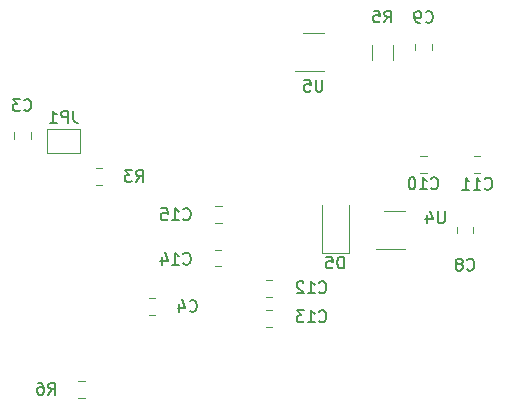
<source format=gbr>
G04 #@! TF.GenerationSoftware,KiCad,Pcbnew,(5.1.2)-1*
G04 #@! TF.CreationDate,2021-12-05T16:11:18-08:00*
G04 #@! TF.ProjectId,telemetry_receiver,74656c65-6d65-4747-9279-5f7265636569,rev?*
G04 #@! TF.SameCoordinates,Original*
G04 #@! TF.FileFunction,Legend,Bot*
G04 #@! TF.FilePolarity,Positive*
%FSLAX46Y46*%
G04 Gerber Fmt 4.6, Leading zero omitted, Abs format (unit mm)*
G04 Created by KiCad (PCBNEW (5.1.2)-1) date 2021-12-05 16:11:18*
%MOMM*%
%LPD*%
G04 APERTURE LIST*
%ADD10C,0.120000*%
%ADD11C,0.150000*%
G04 APERTURE END LIST*
D10*
X99236252Y-84710000D02*
X98713748Y-84710000D01*
X99236252Y-83290000D02*
X98713748Y-83290000D01*
X94600000Y-82000000D02*
X97400000Y-82000000D01*
X97400000Y-82000000D02*
X97400000Y-80000000D01*
X97400000Y-80000000D02*
X94600000Y-80000000D01*
X94600000Y-80000000D02*
X94600000Y-82000000D01*
X116250000Y-71840000D02*
X118050000Y-71840000D01*
X118050000Y-75060000D02*
X115600000Y-75060000D01*
X123100000Y-86890000D02*
X124900000Y-86890000D01*
X124900000Y-90110000D02*
X122450000Y-90110000D01*
X97263748Y-102710000D02*
X97786252Y-102710000D01*
X97263748Y-101290000D02*
X97786252Y-101290000D01*
X123910000Y-74089564D02*
X123910000Y-72885436D01*
X122090000Y-74089564D02*
X122090000Y-72885436D01*
X117865000Y-90460000D02*
X117865000Y-86400000D01*
X120135000Y-90460000D02*
X117865000Y-90460000D01*
X120135000Y-86400000D02*
X120135000Y-90460000D01*
X109376932Y-86487640D02*
X108854428Y-86487640D01*
X109376932Y-87907640D02*
X108854428Y-87907640D01*
X109350372Y-90185880D02*
X108827868Y-90185880D01*
X109350372Y-91605880D02*
X108827868Y-91605880D01*
X113149628Y-95290000D02*
X113672132Y-95290000D01*
X113149628Y-96710000D02*
X113672132Y-96710000D01*
X113136548Y-92790000D02*
X113659052Y-92790000D01*
X113136548Y-94210000D02*
X113659052Y-94210000D01*
X130763748Y-82290000D02*
X131286252Y-82290000D01*
X130763748Y-83710000D02*
X131286252Y-83710000D01*
X126736252Y-82290000D02*
X126213748Y-82290000D01*
X126736252Y-83710000D02*
X126213748Y-83710000D01*
X125790000Y-72763748D02*
X125790000Y-73286252D01*
X127210000Y-72763748D02*
X127210000Y-73286252D01*
X130710000Y-88263748D02*
X130710000Y-88786252D01*
X129290000Y-88263748D02*
X129290000Y-88786252D01*
X103761252Y-94290000D02*
X103238748Y-94290000D01*
X103761252Y-95710000D02*
X103238748Y-95710000D01*
X91790000Y-80263748D02*
X91790000Y-80786252D01*
X93210000Y-80263748D02*
X93210000Y-80786252D01*
D11*
X102141666Y-84452380D02*
X102475000Y-83976190D01*
X102713095Y-84452380D02*
X102713095Y-83452380D01*
X102332142Y-83452380D01*
X102236904Y-83500000D01*
X102189285Y-83547619D01*
X102141666Y-83642857D01*
X102141666Y-83785714D01*
X102189285Y-83880952D01*
X102236904Y-83928571D01*
X102332142Y-83976190D01*
X102713095Y-83976190D01*
X101808333Y-83452380D02*
X101189285Y-83452380D01*
X101522619Y-83833333D01*
X101379761Y-83833333D01*
X101284523Y-83880952D01*
X101236904Y-83928571D01*
X101189285Y-84023809D01*
X101189285Y-84261904D01*
X101236904Y-84357142D01*
X101284523Y-84404761D01*
X101379761Y-84452380D01*
X101665476Y-84452380D01*
X101760714Y-84404761D01*
X101808333Y-84357142D01*
X96833333Y-78452380D02*
X96833333Y-79166666D01*
X96880952Y-79309523D01*
X96976190Y-79404761D01*
X97119047Y-79452380D01*
X97214285Y-79452380D01*
X96357142Y-79452380D02*
X96357142Y-78452380D01*
X95976190Y-78452380D01*
X95880952Y-78500000D01*
X95833333Y-78547619D01*
X95785714Y-78642857D01*
X95785714Y-78785714D01*
X95833333Y-78880952D01*
X95880952Y-78928571D01*
X95976190Y-78976190D01*
X96357142Y-78976190D01*
X94833333Y-79452380D02*
X95404761Y-79452380D01*
X95119047Y-79452380D02*
X95119047Y-78452380D01*
X95214285Y-78595238D01*
X95309523Y-78690476D01*
X95404761Y-78738095D01*
X117911904Y-75802380D02*
X117911904Y-76611904D01*
X117864285Y-76707142D01*
X117816666Y-76754761D01*
X117721428Y-76802380D01*
X117530952Y-76802380D01*
X117435714Y-76754761D01*
X117388095Y-76707142D01*
X117340476Y-76611904D01*
X117340476Y-75802380D01*
X116388095Y-75802380D02*
X116864285Y-75802380D01*
X116911904Y-76278571D01*
X116864285Y-76230952D01*
X116769047Y-76183333D01*
X116530952Y-76183333D01*
X116435714Y-76230952D01*
X116388095Y-76278571D01*
X116340476Y-76373809D01*
X116340476Y-76611904D01*
X116388095Y-76707142D01*
X116435714Y-76754761D01*
X116530952Y-76802380D01*
X116769047Y-76802380D01*
X116864285Y-76754761D01*
X116911904Y-76707142D01*
X128261904Y-86952380D02*
X128261904Y-87761904D01*
X128214285Y-87857142D01*
X128166666Y-87904761D01*
X128071428Y-87952380D01*
X127880952Y-87952380D01*
X127785714Y-87904761D01*
X127738095Y-87857142D01*
X127690476Y-87761904D01*
X127690476Y-86952380D01*
X126785714Y-87285714D02*
X126785714Y-87952380D01*
X127023809Y-86904761D02*
X127261904Y-87619047D01*
X126642857Y-87619047D01*
X94716666Y-102452380D02*
X95050000Y-101976190D01*
X95288095Y-102452380D02*
X95288095Y-101452380D01*
X94907142Y-101452380D01*
X94811904Y-101500000D01*
X94764285Y-101547619D01*
X94716666Y-101642857D01*
X94716666Y-101785714D01*
X94764285Y-101880952D01*
X94811904Y-101928571D01*
X94907142Y-101976190D01*
X95288095Y-101976190D01*
X93859523Y-101452380D02*
X94050000Y-101452380D01*
X94145238Y-101500000D01*
X94192857Y-101547619D01*
X94288095Y-101690476D01*
X94335714Y-101880952D01*
X94335714Y-102261904D01*
X94288095Y-102357142D01*
X94240476Y-102404761D01*
X94145238Y-102452380D01*
X93954761Y-102452380D01*
X93859523Y-102404761D01*
X93811904Y-102357142D01*
X93764285Y-102261904D01*
X93764285Y-102023809D01*
X93811904Y-101928571D01*
X93859523Y-101880952D01*
X93954761Y-101833333D01*
X94145238Y-101833333D01*
X94240476Y-101880952D01*
X94288095Y-101928571D01*
X94335714Y-102023809D01*
X123166666Y-70939880D02*
X123500000Y-70463690D01*
X123738095Y-70939880D02*
X123738095Y-69939880D01*
X123357142Y-69939880D01*
X123261904Y-69987500D01*
X123214285Y-70035119D01*
X123166666Y-70130357D01*
X123166666Y-70273214D01*
X123214285Y-70368452D01*
X123261904Y-70416071D01*
X123357142Y-70463690D01*
X123738095Y-70463690D01*
X122261904Y-69939880D02*
X122738095Y-69939880D01*
X122785714Y-70416071D01*
X122738095Y-70368452D01*
X122642857Y-70320833D01*
X122404761Y-70320833D01*
X122309523Y-70368452D01*
X122261904Y-70416071D01*
X122214285Y-70511309D01*
X122214285Y-70749404D01*
X122261904Y-70844642D01*
X122309523Y-70892261D01*
X122404761Y-70939880D01*
X122642857Y-70939880D01*
X122738095Y-70892261D01*
X122785714Y-70844642D01*
X119738095Y-91775760D02*
X119738095Y-90775760D01*
X119500000Y-90775760D01*
X119357142Y-90823380D01*
X119261904Y-90918618D01*
X119214285Y-91013856D01*
X119166666Y-91204332D01*
X119166666Y-91347189D01*
X119214285Y-91537665D01*
X119261904Y-91632903D01*
X119357142Y-91728141D01*
X119500000Y-91775760D01*
X119738095Y-91775760D01*
X118261904Y-90775760D02*
X118738095Y-90775760D01*
X118785714Y-91251951D01*
X118738095Y-91204332D01*
X118642857Y-91156713D01*
X118404761Y-91156713D01*
X118309523Y-91204332D01*
X118261904Y-91251951D01*
X118214285Y-91347189D01*
X118214285Y-91585284D01*
X118261904Y-91680522D01*
X118309523Y-91728141D01*
X118404761Y-91775760D01*
X118642857Y-91775760D01*
X118738095Y-91728141D01*
X118785714Y-91680522D01*
X106142857Y-87595422D02*
X106190476Y-87643041D01*
X106333333Y-87690660D01*
X106428571Y-87690660D01*
X106571428Y-87643041D01*
X106666666Y-87547803D01*
X106714285Y-87452565D01*
X106761904Y-87262089D01*
X106761904Y-87119232D01*
X106714285Y-86928756D01*
X106666666Y-86833518D01*
X106571428Y-86738280D01*
X106428571Y-86690660D01*
X106333333Y-86690660D01*
X106190476Y-86738280D01*
X106142857Y-86785899D01*
X105190476Y-87690660D02*
X105761904Y-87690660D01*
X105476190Y-87690660D02*
X105476190Y-86690660D01*
X105571428Y-86833518D01*
X105666666Y-86928756D01*
X105761904Y-86976375D01*
X104285714Y-86690660D02*
X104761904Y-86690660D01*
X104809523Y-87166851D01*
X104761904Y-87119232D01*
X104666666Y-87071613D01*
X104428571Y-87071613D01*
X104333333Y-87119232D01*
X104285714Y-87166851D01*
X104238095Y-87262089D01*
X104238095Y-87500184D01*
X104285714Y-87595422D01*
X104333333Y-87643041D01*
X104428571Y-87690660D01*
X104666666Y-87690660D01*
X104761904Y-87643041D01*
X104809523Y-87595422D01*
X106142857Y-91357142D02*
X106190476Y-91404761D01*
X106333333Y-91452380D01*
X106428571Y-91452380D01*
X106571428Y-91404761D01*
X106666666Y-91309523D01*
X106714285Y-91214285D01*
X106761904Y-91023809D01*
X106761904Y-90880952D01*
X106714285Y-90690476D01*
X106666666Y-90595238D01*
X106571428Y-90500000D01*
X106428571Y-90452380D01*
X106333333Y-90452380D01*
X106190476Y-90500000D01*
X106142857Y-90547619D01*
X105190476Y-91452380D02*
X105761904Y-91452380D01*
X105476190Y-91452380D02*
X105476190Y-90452380D01*
X105571428Y-90595238D01*
X105666666Y-90690476D01*
X105761904Y-90738095D01*
X104333333Y-90785714D02*
X104333333Y-91452380D01*
X104571428Y-90404761D02*
X104809523Y-91119047D01*
X104190476Y-91119047D01*
X117642857Y-96240302D02*
X117690476Y-96287921D01*
X117833333Y-96335540D01*
X117928571Y-96335540D01*
X118071428Y-96287921D01*
X118166666Y-96192683D01*
X118214285Y-96097445D01*
X118261904Y-95906969D01*
X118261904Y-95764112D01*
X118214285Y-95573636D01*
X118166666Y-95478398D01*
X118071428Y-95383160D01*
X117928571Y-95335540D01*
X117833333Y-95335540D01*
X117690476Y-95383160D01*
X117642857Y-95430779D01*
X116690476Y-96335540D02*
X117261904Y-96335540D01*
X116976190Y-96335540D02*
X116976190Y-95335540D01*
X117071428Y-95478398D01*
X117166666Y-95573636D01*
X117261904Y-95621255D01*
X116357142Y-95335540D02*
X115738095Y-95335540D01*
X116071428Y-95716493D01*
X115928571Y-95716493D01*
X115833333Y-95764112D01*
X115785714Y-95811731D01*
X115738095Y-95906969D01*
X115738095Y-96145064D01*
X115785714Y-96240302D01*
X115833333Y-96287921D01*
X115928571Y-96335540D01*
X116214285Y-96335540D01*
X116309523Y-96287921D01*
X116357142Y-96240302D01*
X117642857Y-93782782D02*
X117690476Y-93830401D01*
X117833333Y-93878020D01*
X117928571Y-93878020D01*
X118071428Y-93830401D01*
X118166666Y-93735163D01*
X118214285Y-93639925D01*
X118261904Y-93449449D01*
X118261904Y-93306592D01*
X118214285Y-93116116D01*
X118166666Y-93020878D01*
X118071428Y-92925640D01*
X117928571Y-92878020D01*
X117833333Y-92878020D01*
X117690476Y-92925640D01*
X117642857Y-92973259D01*
X116690476Y-93878020D02*
X117261904Y-93878020D01*
X116976190Y-93878020D02*
X116976190Y-92878020D01*
X117071428Y-93020878D01*
X117166666Y-93116116D01*
X117261904Y-93163735D01*
X116309523Y-92973259D02*
X116261904Y-92925640D01*
X116166666Y-92878020D01*
X115928571Y-92878020D01*
X115833333Y-92925640D01*
X115785714Y-92973259D01*
X115738095Y-93068497D01*
X115738095Y-93163735D01*
X115785714Y-93306592D01*
X116357142Y-93878020D01*
X115738095Y-93878020D01*
X131667857Y-85007142D02*
X131715476Y-85054761D01*
X131858333Y-85102380D01*
X131953571Y-85102380D01*
X132096428Y-85054761D01*
X132191666Y-84959523D01*
X132239285Y-84864285D01*
X132286904Y-84673809D01*
X132286904Y-84530952D01*
X132239285Y-84340476D01*
X132191666Y-84245238D01*
X132096428Y-84150000D01*
X131953571Y-84102380D01*
X131858333Y-84102380D01*
X131715476Y-84150000D01*
X131667857Y-84197619D01*
X130715476Y-85102380D02*
X131286904Y-85102380D01*
X131001190Y-85102380D02*
X131001190Y-84102380D01*
X131096428Y-84245238D01*
X131191666Y-84340476D01*
X131286904Y-84388095D01*
X129763095Y-85102380D02*
X130334523Y-85102380D01*
X130048809Y-85102380D02*
X130048809Y-84102380D01*
X130144047Y-84245238D01*
X130239285Y-84340476D01*
X130334523Y-84388095D01*
X127117857Y-84973742D02*
X127165476Y-85021361D01*
X127308333Y-85068980D01*
X127403571Y-85068980D01*
X127546428Y-85021361D01*
X127641666Y-84926123D01*
X127689285Y-84830885D01*
X127736904Y-84640409D01*
X127736904Y-84497552D01*
X127689285Y-84307076D01*
X127641666Y-84211838D01*
X127546428Y-84116600D01*
X127403571Y-84068980D01*
X127308333Y-84068980D01*
X127165476Y-84116600D01*
X127117857Y-84164219D01*
X126165476Y-85068980D02*
X126736904Y-85068980D01*
X126451190Y-85068980D02*
X126451190Y-84068980D01*
X126546428Y-84211838D01*
X126641666Y-84307076D01*
X126736904Y-84354695D01*
X125546428Y-84068980D02*
X125451190Y-84068980D01*
X125355952Y-84116600D01*
X125308333Y-84164219D01*
X125260714Y-84259457D01*
X125213095Y-84449933D01*
X125213095Y-84688028D01*
X125260714Y-84878504D01*
X125308333Y-84973742D01*
X125355952Y-85021361D01*
X125451190Y-85068980D01*
X125546428Y-85068980D01*
X125641666Y-85021361D01*
X125689285Y-84973742D01*
X125736904Y-84878504D01*
X125784523Y-84688028D01*
X125784523Y-84449933D01*
X125736904Y-84259457D01*
X125689285Y-84164219D01*
X125641666Y-84116600D01*
X125546428Y-84068980D01*
X126666666Y-70882142D02*
X126714285Y-70929761D01*
X126857142Y-70977380D01*
X126952380Y-70977380D01*
X127095238Y-70929761D01*
X127190476Y-70834523D01*
X127238095Y-70739285D01*
X127285714Y-70548809D01*
X127285714Y-70405952D01*
X127238095Y-70215476D01*
X127190476Y-70120238D01*
X127095238Y-70025000D01*
X126952380Y-69977380D01*
X126857142Y-69977380D01*
X126714285Y-70025000D01*
X126666666Y-70072619D01*
X126190476Y-70977380D02*
X126000000Y-70977380D01*
X125904761Y-70929761D01*
X125857142Y-70882142D01*
X125761904Y-70739285D01*
X125714285Y-70548809D01*
X125714285Y-70167857D01*
X125761904Y-70072619D01*
X125809523Y-70025000D01*
X125904761Y-69977380D01*
X126095238Y-69977380D01*
X126190476Y-70025000D01*
X126238095Y-70072619D01*
X126285714Y-70167857D01*
X126285714Y-70405952D01*
X126238095Y-70501190D01*
X126190476Y-70548809D01*
X126095238Y-70596428D01*
X125904761Y-70596428D01*
X125809523Y-70548809D01*
X125761904Y-70501190D01*
X125714285Y-70405952D01*
X130166666Y-91857142D02*
X130214285Y-91904761D01*
X130357142Y-91952380D01*
X130452380Y-91952380D01*
X130595238Y-91904761D01*
X130690476Y-91809523D01*
X130738095Y-91714285D01*
X130785714Y-91523809D01*
X130785714Y-91380952D01*
X130738095Y-91190476D01*
X130690476Y-91095238D01*
X130595238Y-91000000D01*
X130452380Y-90952380D01*
X130357142Y-90952380D01*
X130214285Y-91000000D01*
X130166666Y-91047619D01*
X129595238Y-91380952D02*
X129690476Y-91333333D01*
X129738095Y-91285714D01*
X129785714Y-91190476D01*
X129785714Y-91142857D01*
X129738095Y-91047619D01*
X129690476Y-91000000D01*
X129595238Y-90952380D01*
X129404761Y-90952380D01*
X129309523Y-91000000D01*
X129261904Y-91047619D01*
X129214285Y-91142857D01*
X129214285Y-91190476D01*
X129261904Y-91285714D01*
X129309523Y-91333333D01*
X129404761Y-91380952D01*
X129595238Y-91380952D01*
X129690476Y-91428571D01*
X129738095Y-91476190D01*
X129785714Y-91571428D01*
X129785714Y-91761904D01*
X129738095Y-91857142D01*
X129690476Y-91904761D01*
X129595238Y-91952380D01*
X129404761Y-91952380D01*
X129309523Y-91904761D01*
X129261904Y-91857142D01*
X129214285Y-91761904D01*
X129214285Y-91571428D01*
X129261904Y-91476190D01*
X129309523Y-91428571D01*
X129404761Y-91380952D01*
X106666666Y-95357142D02*
X106714285Y-95404761D01*
X106857142Y-95452380D01*
X106952380Y-95452380D01*
X107095238Y-95404761D01*
X107190476Y-95309523D01*
X107238095Y-95214285D01*
X107285714Y-95023809D01*
X107285714Y-94880952D01*
X107238095Y-94690476D01*
X107190476Y-94595238D01*
X107095238Y-94500000D01*
X106952380Y-94452380D01*
X106857142Y-94452380D01*
X106714285Y-94500000D01*
X106666666Y-94547619D01*
X105809523Y-94785714D02*
X105809523Y-95452380D01*
X106047619Y-94404761D02*
X106285714Y-95119047D01*
X105666666Y-95119047D01*
X92666666Y-78357142D02*
X92714285Y-78404761D01*
X92857142Y-78452380D01*
X92952380Y-78452380D01*
X93095238Y-78404761D01*
X93190476Y-78309523D01*
X93238095Y-78214285D01*
X93285714Y-78023809D01*
X93285714Y-77880952D01*
X93238095Y-77690476D01*
X93190476Y-77595238D01*
X93095238Y-77500000D01*
X92952380Y-77452380D01*
X92857142Y-77452380D01*
X92714285Y-77500000D01*
X92666666Y-77547619D01*
X92333333Y-77452380D02*
X91714285Y-77452380D01*
X92047619Y-77833333D01*
X91904761Y-77833333D01*
X91809523Y-77880952D01*
X91761904Y-77928571D01*
X91714285Y-78023809D01*
X91714285Y-78261904D01*
X91761904Y-78357142D01*
X91809523Y-78404761D01*
X91904761Y-78452380D01*
X92190476Y-78452380D01*
X92285714Y-78404761D01*
X92333333Y-78357142D01*
M02*

</source>
